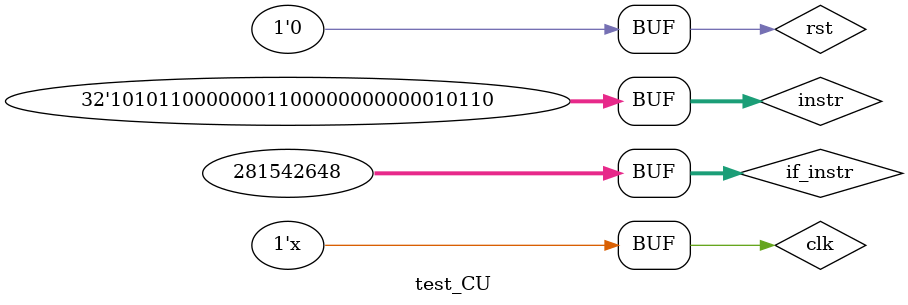
<source format=v>

`timescale 1ns / 1ps

`include "macro.vh"	


// Company: 

// Engineer:

//

// Create Date:   19:36:54 03/24/2014

// Design Name:   ctrl_unit

// Module Name:   D:/STUDY/pipeLineCPU/pipeLineCPU/test_CU.v

// Project Name:  pipeLineCPU

// Target Device:  

// Tool versions:  

// Description: 

//

// Verilog Test Fixture created by ISE for module: ctrl_unit

//

// Dependencies:

// 

// Revision:

// Revision 0.01 - File Created

// Additional Comments:

// 

////////////////////////////////////////////////////////////////////////////////




module test_CU;




	// Inputs

	reg clk;

	reg rst;

	reg [31:0] if_instr;

	reg [31:0] instr;




	// Outputs

	wire cu_branch;

	wire cu_wreg;

	wire cu_m2reg;

	wire cu_wmem;

	wire [3:0] cu_aluc;

	wire cu_shift;

	wire cu_aluimm;

	wire cu_sext;

	wire cu_regrt;
	
	wire cu_wpcir;

	wire AfromEx;
	wire BfromEx;
	wire AfromMem;
	wire BfromMem;
	wire AfromExLW;
	wire BfromExLW;
	wire AfromMemLW;
	wire BfromMemLW;
	wire [31:0] mem_instr;
	wire [31:0] wb_instr;


	// Instantiate the Unit Under Test (UUT)

	ctrl_unit uut (

		.clk(clk), 

		.rst(rst), 

		.if_instr(if_instr), 

		.instr(instr), 

		.cu_branch(cu_branch), 

		.cu_wreg(cu_wreg), 

		.cu_m2reg(cu_m2reg), 

		.cu_wmem(cu_wmem), 

		.cu_aluc(cu_aluc), 

		.cu_shift(cu_shift), 

		.cu_aluimm(cu_aluimm), 

		.cu_sext(cu_sext), 

		.cu_regrt(cu_regrt),
		.cu_wpcir(cu_wpcir),
		.AfromEx(AfromEx),
		.BfromEx(BfromEx),
		.AfromMem(AfromMem),
		.BfromMem(BfromMem),
		.AfromExLW(AfromExLW),
		.BfromExLW(BfromExLW),
		.AfromMemLW(AfromMemLW),
		.BfromMemLW(BfromMemLW),
		.wb_instr(wb_instr),
		.mem_instr(mem_instr)
	);	

	parameter FULL_CYC = 40, HALF_CYC = FULL_CYC/2;

	initial begin

		// Initialize Inputs

		clk = 0;

		rst = 0;

		if_instr = 0;

		instr = 0;




		/*#15;instr[31:26] = `OP_LW;

		#FULL_CYC;instr[31:26] = `OP_SW;

		#FULL_CYC;instr[31:26] = `OP_BEQ;

		#FULL_CYC;instr[31:26] = `OP_BNE;

		#FULL_CYC;instr[31:26] = `OP_ADDI;

		#FULL_CYC;instr[31:26] = `OP_ANDI;

		#FULL_CYC;instr[31:26] = `OP_ORI;

		#FULL_CYC;instr[31:26] = `OP_ALUOp;

		

		#FULL_CYC;instr[5:0] = `FUNC_ADD;

		#FULL_CYC;instr[5:0] = `FUNC_SUB;

		#FULL_CYC;instr[5:0] = `FUNC_AND;

		#FULL_CYC;instr[5:0] = `FUNC_OR;

		#FULL_CYC;instr[5:0] = `FUNC_NOR;

		#FULL_CYC;instr[5:0] = `FUNC_SLT;

		#FULL_CYC;instr[5:0] = `FUNC_SLL;

		#FULL_CYC;instr[5:0] = `FUNC_SRL;

		#FULL_CYC;instr[5:0] = `FUNC_SRA;
		*/
		
		#15;if_instr[31:0]=32'h8c010014;
		
		#FULL_CYC;
		instr[31:0]=32'h8c010014;
		if_instr[31:0] = 32'h8c020015;
		
		#FULL_CYC;
		instr[31:0] = 32'h8c020015;
		if_instr[31:0] = 32'h0022_1820;
		
		#FULL_CYC;
		instr[31:0] = 32'h0022_1820;
		if_instr[31:0] = 32'h0000_1020;
		
		#FULL_CYC;
		instr[31:0] = 32'h0000_1020;
		if_instr[31:0] = 32'h0023_2022;
		
		#FULL_CYC;
		instr[31:0] = 32'h0023_2022;
		if_instr[31:0] = 32'h0064_2824;
		
		#FULL_CYC;
		instr[31:0] = 32'h0064_2824;
		if_instr[31:0] = 32'h0085_3027;
		
		#FULL_CYC;
		instr[31:0] = 32'h0085_3027;
		if_instr[31:0] = 32'hac06_0016;
		
		#FULL_CYC;
		instr[31:0] = 32'hac06_0016;
		if_instr[31:0] = 32'h10c7_fff8;		
	end

	

	always #HALF_CYC clk = ~clk;




endmodule
</source>
